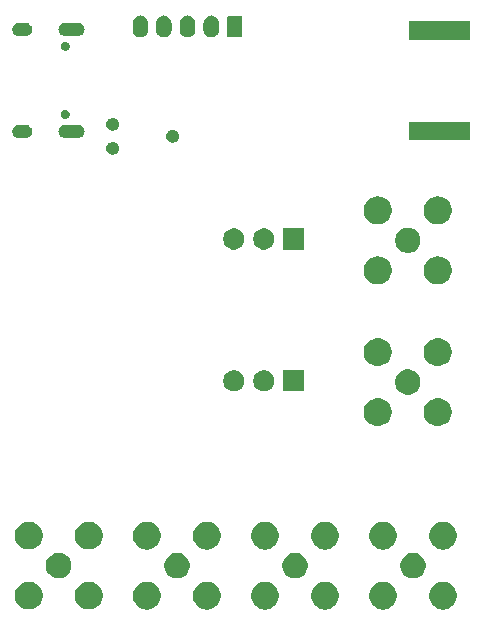
<source format=gbs>
G04 #@! TF.GenerationSoftware,KiCad,Pcbnew,5.1.5+dfsg1-2build2*
G04 #@! TF.CreationDate,2020-09-27T17:25:33+02:00*
G04 #@! TF.ProjectId,tdr,7464722e-6b69-4636-9164-5f7063625858,rev?*
G04 #@! TF.SameCoordinates,Original*
G04 #@! TF.FileFunction,Soldermask,Bot*
G04 #@! TF.FilePolarity,Negative*
%FSLAX46Y46*%
G04 Gerber Fmt 4.6, Leading zero omitted, Abs format (unit mm)*
G04 Created by KiCad (PCBNEW 5.1.5+dfsg1-2build2) date 2020-09-27 17:25:33*
%MOMM*%
%LPD*%
G04 APERTURE LIST*
%ADD10C,0.100000*%
G04 APERTURE END LIST*
D10*
G36*
X147731560Y-100429064D02*
G01*
X147883027Y-100459193D01*
X148097045Y-100547842D01*
X148097046Y-100547843D01*
X148289654Y-100676539D01*
X148453461Y-100840346D01*
X148539258Y-100968751D01*
X148582158Y-101032955D01*
X148670807Y-101246973D01*
X148716000Y-101474174D01*
X148716000Y-101705826D01*
X148670807Y-101933027D01*
X148582158Y-102147045D01*
X148582157Y-102147046D01*
X148453461Y-102339654D01*
X148289654Y-102503461D01*
X148161249Y-102589258D01*
X148097045Y-102632158D01*
X147883027Y-102720807D01*
X147731560Y-102750936D01*
X147655827Y-102766000D01*
X147424173Y-102766000D01*
X147348440Y-102750936D01*
X147196973Y-102720807D01*
X146982955Y-102632158D01*
X146918751Y-102589258D01*
X146790346Y-102503461D01*
X146626539Y-102339654D01*
X146497843Y-102147046D01*
X146497842Y-102147045D01*
X146409193Y-101933027D01*
X146364000Y-101705826D01*
X146364000Y-101474174D01*
X146409193Y-101246973D01*
X146497842Y-101032955D01*
X146540742Y-100968751D01*
X146626539Y-100840346D01*
X146790346Y-100676539D01*
X146982954Y-100547843D01*
X146982955Y-100547842D01*
X147196973Y-100459193D01*
X147348440Y-100429064D01*
X147424173Y-100414000D01*
X147655827Y-100414000D01*
X147731560Y-100429064D01*
G37*
G36*
X142651560Y-100429064D02*
G01*
X142803027Y-100459193D01*
X143017045Y-100547842D01*
X143017046Y-100547843D01*
X143209654Y-100676539D01*
X143373461Y-100840346D01*
X143459258Y-100968751D01*
X143502158Y-101032955D01*
X143590807Y-101246973D01*
X143636000Y-101474174D01*
X143636000Y-101705826D01*
X143590807Y-101933027D01*
X143502158Y-102147045D01*
X143502157Y-102147046D01*
X143373461Y-102339654D01*
X143209654Y-102503461D01*
X143081249Y-102589258D01*
X143017045Y-102632158D01*
X142803027Y-102720807D01*
X142651560Y-102750936D01*
X142575827Y-102766000D01*
X142344173Y-102766000D01*
X142268440Y-102750936D01*
X142116973Y-102720807D01*
X141902955Y-102632158D01*
X141838751Y-102589258D01*
X141710346Y-102503461D01*
X141546539Y-102339654D01*
X141417843Y-102147046D01*
X141417842Y-102147045D01*
X141329193Y-101933027D01*
X141284000Y-101705826D01*
X141284000Y-101474174D01*
X141329193Y-101246973D01*
X141417842Y-101032955D01*
X141460742Y-100968751D01*
X141546539Y-100840346D01*
X141710346Y-100676539D01*
X141902954Y-100547843D01*
X141902955Y-100547842D01*
X142116973Y-100459193D01*
X142268440Y-100429064D01*
X142344173Y-100414000D01*
X142575827Y-100414000D01*
X142651560Y-100429064D01*
G37*
G36*
X132651560Y-100429064D02*
G01*
X132803027Y-100459193D01*
X133017045Y-100547842D01*
X133017046Y-100547843D01*
X133209654Y-100676539D01*
X133373461Y-100840346D01*
X133459258Y-100968751D01*
X133502158Y-101032955D01*
X133590807Y-101246973D01*
X133636000Y-101474174D01*
X133636000Y-101705826D01*
X133590807Y-101933027D01*
X133502158Y-102147045D01*
X133502157Y-102147046D01*
X133373461Y-102339654D01*
X133209654Y-102503461D01*
X133081249Y-102589258D01*
X133017045Y-102632158D01*
X132803027Y-102720807D01*
X132651560Y-102750936D01*
X132575827Y-102766000D01*
X132344173Y-102766000D01*
X132268440Y-102750936D01*
X132116973Y-102720807D01*
X131902955Y-102632158D01*
X131838751Y-102589258D01*
X131710346Y-102503461D01*
X131546539Y-102339654D01*
X131417843Y-102147046D01*
X131417842Y-102147045D01*
X131329193Y-101933027D01*
X131284000Y-101705826D01*
X131284000Y-101474174D01*
X131329193Y-101246973D01*
X131417842Y-101032955D01*
X131460742Y-100968751D01*
X131546539Y-100840346D01*
X131710346Y-100676539D01*
X131902954Y-100547843D01*
X131902955Y-100547842D01*
X132116973Y-100459193D01*
X132268440Y-100429064D01*
X132344173Y-100414000D01*
X132575827Y-100414000D01*
X132651560Y-100429064D01*
G37*
G36*
X137731560Y-100429064D02*
G01*
X137883027Y-100459193D01*
X138097045Y-100547842D01*
X138097046Y-100547843D01*
X138289654Y-100676539D01*
X138453461Y-100840346D01*
X138539258Y-100968751D01*
X138582158Y-101032955D01*
X138670807Y-101246973D01*
X138716000Y-101474174D01*
X138716000Y-101705826D01*
X138670807Y-101933027D01*
X138582158Y-102147045D01*
X138582157Y-102147046D01*
X138453461Y-102339654D01*
X138289654Y-102503461D01*
X138161249Y-102589258D01*
X138097045Y-102632158D01*
X137883027Y-102720807D01*
X137731560Y-102750936D01*
X137655827Y-102766000D01*
X137424173Y-102766000D01*
X137348440Y-102750936D01*
X137196973Y-102720807D01*
X136982955Y-102632158D01*
X136918751Y-102589258D01*
X136790346Y-102503461D01*
X136626539Y-102339654D01*
X136497843Y-102147046D01*
X136497842Y-102147045D01*
X136409193Y-101933027D01*
X136364000Y-101705826D01*
X136364000Y-101474174D01*
X136409193Y-101246973D01*
X136497842Y-101032955D01*
X136540742Y-100968751D01*
X136626539Y-100840346D01*
X136790346Y-100676539D01*
X136982954Y-100547843D01*
X136982955Y-100547842D01*
X137196973Y-100459193D01*
X137348440Y-100429064D01*
X137424173Y-100414000D01*
X137655827Y-100414000D01*
X137731560Y-100429064D01*
G37*
G36*
X127731560Y-100429064D02*
G01*
X127883027Y-100459193D01*
X128097045Y-100547842D01*
X128097046Y-100547843D01*
X128289654Y-100676539D01*
X128453461Y-100840346D01*
X128539258Y-100968751D01*
X128582158Y-101032955D01*
X128670807Y-101246973D01*
X128716000Y-101474174D01*
X128716000Y-101705826D01*
X128670807Y-101933027D01*
X128582158Y-102147045D01*
X128582157Y-102147046D01*
X128453461Y-102339654D01*
X128289654Y-102503461D01*
X128161249Y-102589258D01*
X128097045Y-102632158D01*
X127883027Y-102720807D01*
X127731560Y-102750936D01*
X127655827Y-102766000D01*
X127424173Y-102766000D01*
X127348440Y-102750936D01*
X127196973Y-102720807D01*
X126982955Y-102632158D01*
X126918751Y-102589258D01*
X126790346Y-102503461D01*
X126626539Y-102339654D01*
X126497843Y-102147046D01*
X126497842Y-102147045D01*
X126409193Y-101933027D01*
X126364000Y-101705826D01*
X126364000Y-101474174D01*
X126409193Y-101246973D01*
X126497842Y-101032955D01*
X126540742Y-100968751D01*
X126626539Y-100840346D01*
X126790346Y-100676539D01*
X126982954Y-100547843D01*
X126982955Y-100547842D01*
X127196973Y-100459193D01*
X127348440Y-100429064D01*
X127424173Y-100414000D01*
X127655827Y-100414000D01*
X127731560Y-100429064D01*
G37*
G36*
X122651560Y-100429064D02*
G01*
X122803027Y-100459193D01*
X123017045Y-100547842D01*
X123017046Y-100547843D01*
X123209654Y-100676539D01*
X123373461Y-100840346D01*
X123459258Y-100968751D01*
X123502158Y-101032955D01*
X123590807Y-101246973D01*
X123636000Y-101474174D01*
X123636000Y-101705826D01*
X123590807Y-101933027D01*
X123502158Y-102147045D01*
X123502157Y-102147046D01*
X123373461Y-102339654D01*
X123209654Y-102503461D01*
X123081249Y-102589258D01*
X123017045Y-102632158D01*
X122803027Y-102720807D01*
X122651560Y-102750936D01*
X122575827Y-102766000D01*
X122344173Y-102766000D01*
X122268440Y-102750936D01*
X122116973Y-102720807D01*
X121902955Y-102632158D01*
X121838751Y-102589258D01*
X121710346Y-102503461D01*
X121546539Y-102339654D01*
X121417843Y-102147046D01*
X121417842Y-102147045D01*
X121329193Y-101933027D01*
X121284000Y-101705826D01*
X121284000Y-101474174D01*
X121329193Y-101246973D01*
X121417842Y-101032955D01*
X121460742Y-100968751D01*
X121546539Y-100840346D01*
X121710346Y-100676539D01*
X121902954Y-100547843D01*
X121902955Y-100547842D01*
X122116973Y-100459193D01*
X122268440Y-100429064D01*
X122344173Y-100414000D01*
X122575827Y-100414000D01*
X122651560Y-100429064D01*
G37*
G36*
X112651560Y-100419064D02*
G01*
X112803027Y-100449193D01*
X113017045Y-100537842D01*
X113081249Y-100580742D01*
X113209654Y-100666539D01*
X113373461Y-100830346D01*
X113459258Y-100958751D01*
X113502158Y-101022955D01*
X113590807Y-101236973D01*
X113636000Y-101464174D01*
X113636000Y-101695826D01*
X113590807Y-101923027D01*
X113502158Y-102137045D01*
X113459258Y-102201249D01*
X113373461Y-102329654D01*
X113209654Y-102493461D01*
X113081249Y-102579258D01*
X113017045Y-102622158D01*
X112803027Y-102710807D01*
X112651560Y-102740936D01*
X112575827Y-102756000D01*
X112344173Y-102756000D01*
X112268440Y-102740936D01*
X112116973Y-102710807D01*
X111902955Y-102622158D01*
X111838751Y-102579258D01*
X111710346Y-102493461D01*
X111546539Y-102329654D01*
X111460742Y-102201249D01*
X111417842Y-102137045D01*
X111329193Y-101923027D01*
X111284000Y-101695826D01*
X111284000Y-101464174D01*
X111329193Y-101236973D01*
X111417842Y-101022955D01*
X111460742Y-100958751D01*
X111546539Y-100830346D01*
X111710346Y-100666539D01*
X111838751Y-100580742D01*
X111902955Y-100537842D01*
X112116973Y-100449193D01*
X112268440Y-100419064D01*
X112344173Y-100404000D01*
X112575827Y-100404000D01*
X112651560Y-100419064D01*
G37*
G36*
X117731560Y-100419064D02*
G01*
X117883027Y-100449193D01*
X118097045Y-100537842D01*
X118161249Y-100580742D01*
X118289654Y-100666539D01*
X118453461Y-100830346D01*
X118539258Y-100958751D01*
X118582158Y-101022955D01*
X118670807Y-101236973D01*
X118716000Y-101464174D01*
X118716000Y-101695826D01*
X118670807Y-101923027D01*
X118582158Y-102137045D01*
X118539258Y-102201249D01*
X118453461Y-102329654D01*
X118289654Y-102493461D01*
X118161249Y-102579258D01*
X118097045Y-102622158D01*
X117883027Y-102710807D01*
X117731560Y-102740936D01*
X117655827Y-102756000D01*
X117424173Y-102756000D01*
X117348440Y-102740936D01*
X117196973Y-102710807D01*
X116982955Y-102622158D01*
X116918751Y-102579258D01*
X116790346Y-102493461D01*
X116626539Y-102329654D01*
X116540742Y-102201249D01*
X116497842Y-102137045D01*
X116409193Y-101923027D01*
X116364000Y-101695826D01*
X116364000Y-101464174D01*
X116409193Y-101236973D01*
X116497842Y-101022955D01*
X116540742Y-100958751D01*
X116626539Y-100830346D01*
X116790346Y-100666539D01*
X116918751Y-100580742D01*
X116982955Y-100537842D01*
X117196973Y-100449193D01*
X117348440Y-100419064D01*
X117424173Y-100404000D01*
X117655827Y-100404000D01*
X117731560Y-100419064D01*
G37*
G36*
X145175271Y-97987783D02*
G01*
X145313858Y-98015350D01*
X145509677Y-98096461D01*
X145685910Y-98214216D01*
X145835784Y-98364090D01*
X145953539Y-98540323D01*
X146034650Y-98736142D01*
X146076000Y-98944023D01*
X146076000Y-99155977D01*
X146034650Y-99363858D01*
X145953539Y-99559677D01*
X145835784Y-99735910D01*
X145685910Y-99885784D01*
X145509677Y-100003539D01*
X145313858Y-100084650D01*
X145175271Y-100112217D01*
X145105978Y-100126000D01*
X144894022Y-100126000D01*
X144824729Y-100112217D01*
X144686142Y-100084650D01*
X144490323Y-100003539D01*
X144314090Y-99885784D01*
X144164216Y-99735910D01*
X144046461Y-99559677D01*
X143965350Y-99363858D01*
X143924000Y-99155977D01*
X143924000Y-98944023D01*
X143965350Y-98736142D01*
X144046461Y-98540323D01*
X144164216Y-98364090D01*
X144314090Y-98214216D01*
X144490323Y-98096461D01*
X144686142Y-98015350D01*
X144824729Y-97987783D01*
X144894022Y-97974000D01*
X145105978Y-97974000D01*
X145175271Y-97987783D01*
G37*
G36*
X125175271Y-97987783D02*
G01*
X125313858Y-98015350D01*
X125509677Y-98096461D01*
X125685910Y-98214216D01*
X125835784Y-98364090D01*
X125953539Y-98540323D01*
X126034650Y-98736142D01*
X126076000Y-98944023D01*
X126076000Y-99155977D01*
X126034650Y-99363858D01*
X125953539Y-99559677D01*
X125835784Y-99735910D01*
X125685910Y-99885784D01*
X125509677Y-100003539D01*
X125313858Y-100084650D01*
X125175271Y-100112217D01*
X125105978Y-100126000D01*
X124894022Y-100126000D01*
X124824729Y-100112217D01*
X124686142Y-100084650D01*
X124490323Y-100003539D01*
X124314090Y-99885784D01*
X124164216Y-99735910D01*
X124046461Y-99559677D01*
X123965350Y-99363858D01*
X123924000Y-99155977D01*
X123924000Y-98944023D01*
X123965350Y-98736142D01*
X124046461Y-98540323D01*
X124164216Y-98364090D01*
X124314090Y-98214216D01*
X124490323Y-98096461D01*
X124686142Y-98015350D01*
X124824729Y-97987783D01*
X124894022Y-97974000D01*
X125105978Y-97974000D01*
X125175271Y-97987783D01*
G37*
G36*
X135175271Y-97987783D02*
G01*
X135313858Y-98015350D01*
X135509677Y-98096461D01*
X135685910Y-98214216D01*
X135835784Y-98364090D01*
X135953539Y-98540323D01*
X136034650Y-98736142D01*
X136076000Y-98944023D01*
X136076000Y-99155977D01*
X136034650Y-99363858D01*
X135953539Y-99559677D01*
X135835784Y-99735910D01*
X135685910Y-99885784D01*
X135509677Y-100003539D01*
X135313858Y-100084650D01*
X135175271Y-100112217D01*
X135105978Y-100126000D01*
X134894022Y-100126000D01*
X134824729Y-100112217D01*
X134686142Y-100084650D01*
X134490323Y-100003539D01*
X134314090Y-99885784D01*
X134164216Y-99735910D01*
X134046461Y-99559677D01*
X133965350Y-99363858D01*
X133924000Y-99155977D01*
X133924000Y-98944023D01*
X133965350Y-98736142D01*
X134046461Y-98540323D01*
X134164216Y-98364090D01*
X134314090Y-98214216D01*
X134490323Y-98096461D01*
X134686142Y-98015350D01*
X134824729Y-97987783D01*
X134894022Y-97974000D01*
X135105978Y-97974000D01*
X135175271Y-97987783D01*
G37*
G36*
X115156251Y-97974000D02*
G01*
X115313858Y-98005350D01*
X115509677Y-98086461D01*
X115685910Y-98204216D01*
X115835784Y-98354090D01*
X115953539Y-98530323D01*
X116034650Y-98726142D01*
X116076000Y-98934023D01*
X116076000Y-99145977D01*
X116034650Y-99353858D01*
X115953539Y-99549677D01*
X115835784Y-99725910D01*
X115685910Y-99875784D01*
X115509677Y-99993539D01*
X115313858Y-100074650D01*
X115175271Y-100102217D01*
X115105978Y-100116000D01*
X114894022Y-100116000D01*
X114824729Y-100102217D01*
X114686142Y-100074650D01*
X114490323Y-99993539D01*
X114314090Y-99875784D01*
X114164216Y-99725910D01*
X114046461Y-99549677D01*
X113965350Y-99353858D01*
X113924000Y-99145977D01*
X113924000Y-98934023D01*
X113965350Y-98726142D01*
X114046461Y-98530323D01*
X114164216Y-98354090D01*
X114314090Y-98204216D01*
X114490323Y-98086461D01*
X114686142Y-98005350D01*
X114843749Y-97974000D01*
X114894022Y-97964000D01*
X115105978Y-97964000D01*
X115156251Y-97974000D01*
G37*
G36*
X147731560Y-95349064D02*
G01*
X147883027Y-95379193D01*
X148097045Y-95467842D01*
X148097046Y-95467843D01*
X148289654Y-95596539D01*
X148453461Y-95760346D01*
X148539258Y-95888751D01*
X148582158Y-95952955D01*
X148670807Y-96166973D01*
X148716000Y-96394174D01*
X148716000Y-96625826D01*
X148670807Y-96853027D01*
X148582158Y-97067045D01*
X148582157Y-97067046D01*
X148453461Y-97259654D01*
X148289654Y-97423461D01*
X148161249Y-97509258D01*
X148097045Y-97552158D01*
X147883027Y-97640807D01*
X147731560Y-97670936D01*
X147655827Y-97686000D01*
X147424173Y-97686000D01*
X147348440Y-97670936D01*
X147196973Y-97640807D01*
X146982955Y-97552158D01*
X146918751Y-97509258D01*
X146790346Y-97423461D01*
X146626539Y-97259654D01*
X146497843Y-97067046D01*
X146497842Y-97067045D01*
X146409193Y-96853027D01*
X146364000Y-96625826D01*
X146364000Y-96394174D01*
X146409193Y-96166973D01*
X146497842Y-95952955D01*
X146540742Y-95888751D01*
X146626539Y-95760346D01*
X146790346Y-95596539D01*
X146982954Y-95467843D01*
X146982955Y-95467842D01*
X147196973Y-95379193D01*
X147348440Y-95349064D01*
X147424173Y-95334000D01*
X147655827Y-95334000D01*
X147731560Y-95349064D01*
G37*
G36*
X132651560Y-95349064D02*
G01*
X132803027Y-95379193D01*
X133017045Y-95467842D01*
X133017046Y-95467843D01*
X133209654Y-95596539D01*
X133373461Y-95760346D01*
X133459258Y-95888751D01*
X133502158Y-95952955D01*
X133590807Y-96166973D01*
X133636000Y-96394174D01*
X133636000Y-96625826D01*
X133590807Y-96853027D01*
X133502158Y-97067045D01*
X133502157Y-97067046D01*
X133373461Y-97259654D01*
X133209654Y-97423461D01*
X133081249Y-97509258D01*
X133017045Y-97552158D01*
X132803027Y-97640807D01*
X132651560Y-97670936D01*
X132575827Y-97686000D01*
X132344173Y-97686000D01*
X132268440Y-97670936D01*
X132116973Y-97640807D01*
X131902955Y-97552158D01*
X131838751Y-97509258D01*
X131710346Y-97423461D01*
X131546539Y-97259654D01*
X131417843Y-97067046D01*
X131417842Y-97067045D01*
X131329193Y-96853027D01*
X131284000Y-96625826D01*
X131284000Y-96394174D01*
X131329193Y-96166973D01*
X131417842Y-95952955D01*
X131460742Y-95888751D01*
X131546539Y-95760346D01*
X131710346Y-95596539D01*
X131902954Y-95467843D01*
X131902955Y-95467842D01*
X132116973Y-95379193D01*
X132268440Y-95349064D01*
X132344173Y-95334000D01*
X132575827Y-95334000D01*
X132651560Y-95349064D01*
G37*
G36*
X137731560Y-95349064D02*
G01*
X137883027Y-95379193D01*
X138097045Y-95467842D01*
X138097046Y-95467843D01*
X138289654Y-95596539D01*
X138453461Y-95760346D01*
X138539258Y-95888751D01*
X138582158Y-95952955D01*
X138670807Y-96166973D01*
X138716000Y-96394174D01*
X138716000Y-96625826D01*
X138670807Y-96853027D01*
X138582158Y-97067045D01*
X138582157Y-97067046D01*
X138453461Y-97259654D01*
X138289654Y-97423461D01*
X138161249Y-97509258D01*
X138097045Y-97552158D01*
X137883027Y-97640807D01*
X137731560Y-97670936D01*
X137655827Y-97686000D01*
X137424173Y-97686000D01*
X137348440Y-97670936D01*
X137196973Y-97640807D01*
X136982955Y-97552158D01*
X136918751Y-97509258D01*
X136790346Y-97423461D01*
X136626539Y-97259654D01*
X136497843Y-97067046D01*
X136497842Y-97067045D01*
X136409193Y-96853027D01*
X136364000Y-96625826D01*
X136364000Y-96394174D01*
X136409193Y-96166973D01*
X136497842Y-95952955D01*
X136540742Y-95888751D01*
X136626539Y-95760346D01*
X136790346Y-95596539D01*
X136982954Y-95467843D01*
X136982955Y-95467842D01*
X137196973Y-95379193D01*
X137348440Y-95349064D01*
X137424173Y-95334000D01*
X137655827Y-95334000D01*
X137731560Y-95349064D01*
G37*
G36*
X127731560Y-95349064D02*
G01*
X127883027Y-95379193D01*
X128097045Y-95467842D01*
X128097046Y-95467843D01*
X128289654Y-95596539D01*
X128453461Y-95760346D01*
X128539258Y-95888751D01*
X128582158Y-95952955D01*
X128670807Y-96166973D01*
X128716000Y-96394174D01*
X128716000Y-96625826D01*
X128670807Y-96853027D01*
X128582158Y-97067045D01*
X128582157Y-97067046D01*
X128453461Y-97259654D01*
X128289654Y-97423461D01*
X128161249Y-97509258D01*
X128097045Y-97552158D01*
X127883027Y-97640807D01*
X127731560Y-97670936D01*
X127655827Y-97686000D01*
X127424173Y-97686000D01*
X127348440Y-97670936D01*
X127196973Y-97640807D01*
X126982955Y-97552158D01*
X126918751Y-97509258D01*
X126790346Y-97423461D01*
X126626539Y-97259654D01*
X126497843Y-97067046D01*
X126497842Y-97067045D01*
X126409193Y-96853027D01*
X126364000Y-96625826D01*
X126364000Y-96394174D01*
X126409193Y-96166973D01*
X126497842Y-95952955D01*
X126540742Y-95888751D01*
X126626539Y-95760346D01*
X126790346Y-95596539D01*
X126982954Y-95467843D01*
X126982955Y-95467842D01*
X127196973Y-95379193D01*
X127348440Y-95349064D01*
X127424173Y-95334000D01*
X127655827Y-95334000D01*
X127731560Y-95349064D01*
G37*
G36*
X122651560Y-95349064D02*
G01*
X122803027Y-95379193D01*
X123017045Y-95467842D01*
X123017046Y-95467843D01*
X123209654Y-95596539D01*
X123373461Y-95760346D01*
X123459258Y-95888751D01*
X123502158Y-95952955D01*
X123590807Y-96166973D01*
X123636000Y-96394174D01*
X123636000Y-96625826D01*
X123590807Y-96853027D01*
X123502158Y-97067045D01*
X123502157Y-97067046D01*
X123373461Y-97259654D01*
X123209654Y-97423461D01*
X123081249Y-97509258D01*
X123017045Y-97552158D01*
X122803027Y-97640807D01*
X122651560Y-97670936D01*
X122575827Y-97686000D01*
X122344173Y-97686000D01*
X122268440Y-97670936D01*
X122116973Y-97640807D01*
X121902955Y-97552158D01*
X121838751Y-97509258D01*
X121710346Y-97423461D01*
X121546539Y-97259654D01*
X121417843Y-97067046D01*
X121417842Y-97067045D01*
X121329193Y-96853027D01*
X121284000Y-96625826D01*
X121284000Y-96394174D01*
X121329193Y-96166973D01*
X121417842Y-95952955D01*
X121460742Y-95888751D01*
X121546539Y-95760346D01*
X121710346Y-95596539D01*
X121902954Y-95467843D01*
X121902955Y-95467842D01*
X122116973Y-95379193D01*
X122268440Y-95349064D01*
X122344173Y-95334000D01*
X122575827Y-95334000D01*
X122651560Y-95349064D01*
G37*
G36*
X142651560Y-95349064D02*
G01*
X142803027Y-95379193D01*
X143017045Y-95467842D01*
X143017046Y-95467843D01*
X143209654Y-95596539D01*
X143373461Y-95760346D01*
X143459258Y-95888751D01*
X143502158Y-95952955D01*
X143590807Y-96166973D01*
X143636000Y-96394174D01*
X143636000Y-96625826D01*
X143590807Y-96853027D01*
X143502158Y-97067045D01*
X143502157Y-97067046D01*
X143373461Y-97259654D01*
X143209654Y-97423461D01*
X143081249Y-97509258D01*
X143017045Y-97552158D01*
X142803027Y-97640807D01*
X142651560Y-97670936D01*
X142575827Y-97686000D01*
X142344173Y-97686000D01*
X142268440Y-97670936D01*
X142116973Y-97640807D01*
X141902955Y-97552158D01*
X141838751Y-97509258D01*
X141710346Y-97423461D01*
X141546539Y-97259654D01*
X141417843Y-97067046D01*
X141417842Y-97067045D01*
X141329193Y-96853027D01*
X141284000Y-96625826D01*
X141284000Y-96394174D01*
X141329193Y-96166973D01*
X141417842Y-95952955D01*
X141460742Y-95888751D01*
X141546539Y-95760346D01*
X141710346Y-95596539D01*
X141902954Y-95467843D01*
X141902955Y-95467842D01*
X142116973Y-95379193D01*
X142268440Y-95349064D01*
X142344173Y-95334000D01*
X142575827Y-95334000D01*
X142651560Y-95349064D01*
G37*
G36*
X112651560Y-95339064D02*
G01*
X112803027Y-95369193D01*
X113017045Y-95457842D01*
X113081249Y-95500742D01*
X113209654Y-95586539D01*
X113373461Y-95750346D01*
X113459258Y-95878751D01*
X113502158Y-95942955D01*
X113590807Y-96156973D01*
X113636000Y-96384174D01*
X113636000Y-96615826D01*
X113590807Y-96843027D01*
X113502158Y-97057045D01*
X113459258Y-97121249D01*
X113373461Y-97249654D01*
X113209654Y-97413461D01*
X113081249Y-97499258D01*
X113017045Y-97542158D01*
X112803027Y-97630807D01*
X112651560Y-97660936D01*
X112575827Y-97676000D01*
X112344173Y-97676000D01*
X112268440Y-97660936D01*
X112116973Y-97630807D01*
X111902955Y-97542158D01*
X111838751Y-97499258D01*
X111710346Y-97413461D01*
X111546539Y-97249654D01*
X111460742Y-97121249D01*
X111417842Y-97057045D01*
X111329193Y-96843027D01*
X111284000Y-96615826D01*
X111284000Y-96384174D01*
X111329193Y-96156973D01*
X111417842Y-95942955D01*
X111460742Y-95878751D01*
X111546539Y-95750346D01*
X111710346Y-95586539D01*
X111838751Y-95500742D01*
X111902955Y-95457842D01*
X112116973Y-95369193D01*
X112268440Y-95339064D01*
X112344173Y-95324000D01*
X112575827Y-95324000D01*
X112651560Y-95339064D01*
G37*
G36*
X117731560Y-95339064D02*
G01*
X117883027Y-95369193D01*
X118097045Y-95457842D01*
X118161249Y-95500742D01*
X118289654Y-95586539D01*
X118453461Y-95750346D01*
X118539258Y-95878751D01*
X118582158Y-95942955D01*
X118670807Y-96156973D01*
X118716000Y-96384174D01*
X118716000Y-96615826D01*
X118670807Y-96843027D01*
X118582158Y-97057045D01*
X118539258Y-97121249D01*
X118453461Y-97249654D01*
X118289654Y-97413461D01*
X118161249Y-97499258D01*
X118097045Y-97542158D01*
X117883027Y-97630807D01*
X117731560Y-97660936D01*
X117655827Y-97676000D01*
X117424173Y-97676000D01*
X117348440Y-97660936D01*
X117196973Y-97630807D01*
X116982955Y-97542158D01*
X116918751Y-97499258D01*
X116790346Y-97413461D01*
X116626539Y-97249654D01*
X116540742Y-97121249D01*
X116497842Y-97057045D01*
X116409193Y-96843027D01*
X116364000Y-96615826D01*
X116364000Y-96384174D01*
X116409193Y-96156973D01*
X116497842Y-95942955D01*
X116540742Y-95878751D01*
X116626539Y-95750346D01*
X116790346Y-95586539D01*
X116918751Y-95500742D01*
X116982955Y-95457842D01*
X117196973Y-95369193D01*
X117348440Y-95339064D01*
X117424173Y-95324000D01*
X117655827Y-95324000D01*
X117731560Y-95339064D01*
G37*
G36*
X147281560Y-84879064D02*
G01*
X147433027Y-84909193D01*
X147647045Y-84997842D01*
X147647046Y-84997843D01*
X147839654Y-85126539D01*
X148003461Y-85290346D01*
X148089258Y-85418751D01*
X148132158Y-85482955D01*
X148220807Y-85696973D01*
X148266000Y-85924174D01*
X148266000Y-86155826D01*
X148220807Y-86383027D01*
X148132158Y-86597045D01*
X148132157Y-86597046D01*
X148003461Y-86789654D01*
X147839654Y-86953461D01*
X147711249Y-87039258D01*
X147647045Y-87082158D01*
X147433027Y-87170807D01*
X147281560Y-87200936D01*
X147205827Y-87216000D01*
X146974173Y-87216000D01*
X146898440Y-87200936D01*
X146746973Y-87170807D01*
X146532955Y-87082158D01*
X146468751Y-87039258D01*
X146340346Y-86953461D01*
X146176539Y-86789654D01*
X146047843Y-86597046D01*
X146047842Y-86597045D01*
X145959193Y-86383027D01*
X145914000Y-86155826D01*
X145914000Y-85924174D01*
X145959193Y-85696973D01*
X146047842Y-85482955D01*
X146090742Y-85418751D01*
X146176539Y-85290346D01*
X146340346Y-85126539D01*
X146532954Y-84997843D01*
X146532955Y-84997842D01*
X146746973Y-84909193D01*
X146898440Y-84879064D01*
X146974173Y-84864000D01*
X147205827Y-84864000D01*
X147281560Y-84879064D01*
G37*
G36*
X142201560Y-84879064D02*
G01*
X142353027Y-84909193D01*
X142567045Y-84997842D01*
X142567046Y-84997843D01*
X142759654Y-85126539D01*
X142923461Y-85290346D01*
X143009258Y-85418751D01*
X143052158Y-85482955D01*
X143140807Y-85696973D01*
X143186000Y-85924174D01*
X143186000Y-86155826D01*
X143140807Y-86383027D01*
X143052158Y-86597045D01*
X143052157Y-86597046D01*
X142923461Y-86789654D01*
X142759654Y-86953461D01*
X142631249Y-87039258D01*
X142567045Y-87082158D01*
X142353027Y-87170807D01*
X142201560Y-87200936D01*
X142125827Y-87216000D01*
X141894173Y-87216000D01*
X141818440Y-87200936D01*
X141666973Y-87170807D01*
X141452955Y-87082158D01*
X141388751Y-87039258D01*
X141260346Y-86953461D01*
X141096539Y-86789654D01*
X140967843Y-86597046D01*
X140967842Y-86597045D01*
X140879193Y-86383027D01*
X140834000Y-86155826D01*
X140834000Y-85924174D01*
X140879193Y-85696973D01*
X140967842Y-85482955D01*
X141010742Y-85418751D01*
X141096539Y-85290346D01*
X141260346Y-85126539D01*
X141452954Y-84997843D01*
X141452955Y-84997842D01*
X141666973Y-84909193D01*
X141818440Y-84879064D01*
X141894173Y-84864000D01*
X142125827Y-84864000D01*
X142201560Y-84879064D01*
G37*
G36*
X144725271Y-82437783D02*
G01*
X144863858Y-82465350D01*
X145059677Y-82546461D01*
X145235910Y-82664216D01*
X145385784Y-82814090D01*
X145503539Y-82990323D01*
X145584650Y-83186142D01*
X145626000Y-83394023D01*
X145626000Y-83605977D01*
X145584650Y-83813858D01*
X145503539Y-84009677D01*
X145385784Y-84185910D01*
X145235910Y-84335784D01*
X145059677Y-84453539D01*
X144863858Y-84534650D01*
X144725271Y-84562217D01*
X144655978Y-84576000D01*
X144444022Y-84576000D01*
X144374729Y-84562217D01*
X144236142Y-84534650D01*
X144040323Y-84453539D01*
X143864090Y-84335784D01*
X143714216Y-84185910D01*
X143596461Y-84009677D01*
X143515350Y-83813858D01*
X143474000Y-83605977D01*
X143474000Y-83394023D01*
X143515350Y-83186142D01*
X143596461Y-82990323D01*
X143714216Y-82814090D01*
X143864090Y-82664216D01*
X144040323Y-82546461D01*
X144236142Y-82465350D01*
X144374729Y-82437783D01*
X144444022Y-82424000D01*
X144655978Y-82424000D01*
X144725271Y-82437783D01*
G37*
G36*
X132473512Y-82503927D02*
G01*
X132622812Y-82533624D01*
X132786784Y-82601544D01*
X132934354Y-82700147D01*
X133059853Y-82825646D01*
X133158456Y-82973216D01*
X133226376Y-83137188D01*
X133261000Y-83311259D01*
X133261000Y-83488741D01*
X133226376Y-83662812D01*
X133158456Y-83826784D01*
X133059853Y-83974354D01*
X132934354Y-84099853D01*
X132786784Y-84198456D01*
X132622812Y-84266376D01*
X132473512Y-84296073D01*
X132448742Y-84301000D01*
X132271258Y-84301000D01*
X132246488Y-84296073D01*
X132097188Y-84266376D01*
X131933216Y-84198456D01*
X131785646Y-84099853D01*
X131660147Y-83974354D01*
X131561544Y-83826784D01*
X131493624Y-83662812D01*
X131459000Y-83488741D01*
X131459000Y-83311259D01*
X131493624Y-83137188D01*
X131561544Y-82973216D01*
X131660147Y-82825646D01*
X131785646Y-82700147D01*
X131933216Y-82601544D01*
X132097188Y-82533624D01*
X132246488Y-82503927D01*
X132271258Y-82499000D01*
X132448742Y-82499000D01*
X132473512Y-82503927D01*
G37*
G36*
X129933512Y-82503927D02*
G01*
X130082812Y-82533624D01*
X130246784Y-82601544D01*
X130394354Y-82700147D01*
X130519853Y-82825646D01*
X130618456Y-82973216D01*
X130686376Y-83137188D01*
X130721000Y-83311259D01*
X130721000Y-83488741D01*
X130686376Y-83662812D01*
X130618456Y-83826784D01*
X130519853Y-83974354D01*
X130394354Y-84099853D01*
X130246784Y-84198456D01*
X130082812Y-84266376D01*
X129933512Y-84296073D01*
X129908742Y-84301000D01*
X129731258Y-84301000D01*
X129706488Y-84296073D01*
X129557188Y-84266376D01*
X129393216Y-84198456D01*
X129245646Y-84099853D01*
X129120147Y-83974354D01*
X129021544Y-83826784D01*
X128953624Y-83662812D01*
X128919000Y-83488741D01*
X128919000Y-83311259D01*
X128953624Y-83137188D01*
X129021544Y-82973216D01*
X129120147Y-82825646D01*
X129245646Y-82700147D01*
X129393216Y-82601544D01*
X129557188Y-82533624D01*
X129706488Y-82503927D01*
X129731258Y-82499000D01*
X129908742Y-82499000D01*
X129933512Y-82503927D01*
G37*
G36*
X135801000Y-84301000D02*
G01*
X133999000Y-84301000D01*
X133999000Y-82499000D01*
X135801000Y-82499000D01*
X135801000Y-84301000D01*
G37*
G36*
X142201560Y-79799064D02*
G01*
X142353027Y-79829193D01*
X142567045Y-79917842D01*
X142567046Y-79917843D01*
X142759654Y-80046539D01*
X142923461Y-80210346D01*
X143009258Y-80338751D01*
X143052158Y-80402955D01*
X143140807Y-80616973D01*
X143186000Y-80844174D01*
X143186000Y-81075826D01*
X143140807Y-81303027D01*
X143052158Y-81517045D01*
X143052157Y-81517046D01*
X142923461Y-81709654D01*
X142759654Y-81873461D01*
X142631249Y-81959258D01*
X142567045Y-82002158D01*
X142353027Y-82090807D01*
X142201560Y-82120936D01*
X142125827Y-82136000D01*
X141894173Y-82136000D01*
X141818440Y-82120936D01*
X141666973Y-82090807D01*
X141452955Y-82002158D01*
X141388751Y-81959258D01*
X141260346Y-81873461D01*
X141096539Y-81709654D01*
X140967843Y-81517046D01*
X140967842Y-81517045D01*
X140879193Y-81303027D01*
X140834000Y-81075826D01*
X140834000Y-80844174D01*
X140879193Y-80616973D01*
X140967842Y-80402955D01*
X141010742Y-80338751D01*
X141096539Y-80210346D01*
X141260346Y-80046539D01*
X141452954Y-79917843D01*
X141452955Y-79917842D01*
X141666973Y-79829193D01*
X141818440Y-79799064D01*
X141894173Y-79784000D01*
X142125827Y-79784000D01*
X142201560Y-79799064D01*
G37*
G36*
X147281560Y-79799064D02*
G01*
X147433027Y-79829193D01*
X147647045Y-79917842D01*
X147647046Y-79917843D01*
X147839654Y-80046539D01*
X148003461Y-80210346D01*
X148089258Y-80338751D01*
X148132158Y-80402955D01*
X148220807Y-80616973D01*
X148266000Y-80844174D01*
X148266000Y-81075826D01*
X148220807Y-81303027D01*
X148132158Y-81517045D01*
X148132157Y-81517046D01*
X148003461Y-81709654D01*
X147839654Y-81873461D01*
X147711249Y-81959258D01*
X147647045Y-82002158D01*
X147433027Y-82090807D01*
X147281560Y-82120936D01*
X147205827Y-82136000D01*
X146974173Y-82136000D01*
X146898440Y-82120936D01*
X146746973Y-82090807D01*
X146532955Y-82002158D01*
X146468751Y-81959258D01*
X146340346Y-81873461D01*
X146176539Y-81709654D01*
X146047843Y-81517046D01*
X146047842Y-81517045D01*
X145959193Y-81303027D01*
X145914000Y-81075826D01*
X145914000Y-80844174D01*
X145959193Y-80616973D01*
X146047842Y-80402955D01*
X146090742Y-80338751D01*
X146176539Y-80210346D01*
X146340346Y-80046539D01*
X146532954Y-79917843D01*
X146532955Y-79917842D01*
X146746973Y-79829193D01*
X146898440Y-79799064D01*
X146974173Y-79784000D01*
X147205827Y-79784000D01*
X147281560Y-79799064D01*
G37*
G36*
X142201560Y-72879064D02*
G01*
X142353027Y-72909193D01*
X142567045Y-72997842D01*
X142567046Y-72997843D01*
X142759654Y-73126539D01*
X142923461Y-73290346D01*
X143009258Y-73418751D01*
X143052158Y-73482955D01*
X143140807Y-73696973D01*
X143186000Y-73924174D01*
X143186000Y-74155826D01*
X143140807Y-74383027D01*
X143052158Y-74597045D01*
X143052157Y-74597046D01*
X142923461Y-74789654D01*
X142759654Y-74953461D01*
X142631249Y-75039258D01*
X142567045Y-75082158D01*
X142353027Y-75170807D01*
X142201560Y-75200936D01*
X142125827Y-75216000D01*
X141894173Y-75216000D01*
X141818440Y-75200936D01*
X141666973Y-75170807D01*
X141452955Y-75082158D01*
X141388751Y-75039258D01*
X141260346Y-74953461D01*
X141096539Y-74789654D01*
X140967843Y-74597046D01*
X140967842Y-74597045D01*
X140879193Y-74383027D01*
X140834000Y-74155826D01*
X140834000Y-73924174D01*
X140879193Y-73696973D01*
X140967842Y-73482955D01*
X141010742Y-73418751D01*
X141096539Y-73290346D01*
X141260346Y-73126539D01*
X141452954Y-72997843D01*
X141452955Y-72997842D01*
X141666973Y-72909193D01*
X141818440Y-72879064D01*
X141894173Y-72864000D01*
X142125827Y-72864000D01*
X142201560Y-72879064D01*
G37*
G36*
X147281560Y-72879064D02*
G01*
X147433027Y-72909193D01*
X147647045Y-72997842D01*
X147647046Y-72997843D01*
X147839654Y-73126539D01*
X148003461Y-73290346D01*
X148089258Y-73418751D01*
X148132158Y-73482955D01*
X148220807Y-73696973D01*
X148266000Y-73924174D01*
X148266000Y-74155826D01*
X148220807Y-74383027D01*
X148132158Y-74597045D01*
X148132157Y-74597046D01*
X148003461Y-74789654D01*
X147839654Y-74953461D01*
X147711249Y-75039258D01*
X147647045Y-75082158D01*
X147433027Y-75170807D01*
X147281560Y-75200936D01*
X147205827Y-75216000D01*
X146974173Y-75216000D01*
X146898440Y-75200936D01*
X146746973Y-75170807D01*
X146532955Y-75082158D01*
X146468751Y-75039258D01*
X146340346Y-74953461D01*
X146176539Y-74789654D01*
X146047843Y-74597046D01*
X146047842Y-74597045D01*
X145959193Y-74383027D01*
X145914000Y-74155826D01*
X145914000Y-73924174D01*
X145959193Y-73696973D01*
X146047842Y-73482955D01*
X146090742Y-73418751D01*
X146176539Y-73290346D01*
X146340346Y-73126539D01*
X146532954Y-72997843D01*
X146532955Y-72997842D01*
X146746973Y-72909193D01*
X146898440Y-72879064D01*
X146974173Y-72864000D01*
X147205827Y-72864000D01*
X147281560Y-72879064D01*
G37*
G36*
X144725271Y-70437783D02*
G01*
X144863858Y-70465350D01*
X145059677Y-70546461D01*
X145235910Y-70664216D01*
X145385784Y-70814090D01*
X145503539Y-70990323D01*
X145584650Y-71186142D01*
X145626000Y-71394023D01*
X145626000Y-71605977D01*
X145584650Y-71813858D01*
X145503539Y-72009677D01*
X145385784Y-72185910D01*
X145235910Y-72335784D01*
X145059677Y-72453539D01*
X144863858Y-72534650D01*
X144725271Y-72562217D01*
X144655978Y-72576000D01*
X144444022Y-72576000D01*
X144374729Y-72562217D01*
X144236142Y-72534650D01*
X144040323Y-72453539D01*
X143864090Y-72335784D01*
X143714216Y-72185910D01*
X143596461Y-72009677D01*
X143515350Y-71813858D01*
X143474000Y-71605977D01*
X143474000Y-71394023D01*
X143515350Y-71186142D01*
X143596461Y-70990323D01*
X143714216Y-70814090D01*
X143864090Y-70664216D01*
X144040323Y-70546461D01*
X144236142Y-70465350D01*
X144374729Y-70437783D01*
X144444022Y-70424000D01*
X144655978Y-70424000D01*
X144725271Y-70437783D01*
G37*
G36*
X132473512Y-70503927D02*
G01*
X132622812Y-70533624D01*
X132786784Y-70601544D01*
X132934354Y-70700147D01*
X133059853Y-70825646D01*
X133158456Y-70973216D01*
X133226376Y-71137188D01*
X133261000Y-71311259D01*
X133261000Y-71488741D01*
X133226376Y-71662812D01*
X133158456Y-71826784D01*
X133059853Y-71974354D01*
X132934354Y-72099853D01*
X132786784Y-72198456D01*
X132622812Y-72266376D01*
X132473512Y-72296073D01*
X132448742Y-72301000D01*
X132271258Y-72301000D01*
X132246488Y-72296073D01*
X132097188Y-72266376D01*
X131933216Y-72198456D01*
X131785646Y-72099853D01*
X131660147Y-71974354D01*
X131561544Y-71826784D01*
X131493624Y-71662812D01*
X131459000Y-71488741D01*
X131459000Y-71311259D01*
X131493624Y-71137188D01*
X131561544Y-70973216D01*
X131660147Y-70825646D01*
X131785646Y-70700147D01*
X131933216Y-70601544D01*
X132097188Y-70533624D01*
X132246488Y-70503927D01*
X132271258Y-70499000D01*
X132448742Y-70499000D01*
X132473512Y-70503927D01*
G37*
G36*
X135801000Y-72301000D02*
G01*
X133999000Y-72301000D01*
X133999000Y-70499000D01*
X135801000Y-70499000D01*
X135801000Y-72301000D01*
G37*
G36*
X129933512Y-70503927D02*
G01*
X130082812Y-70533624D01*
X130246784Y-70601544D01*
X130394354Y-70700147D01*
X130519853Y-70825646D01*
X130618456Y-70973216D01*
X130686376Y-71137188D01*
X130721000Y-71311259D01*
X130721000Y-71488741D01*
X130686376Y-71662812D01*
X130618456Y-71826784D01*
X130519853Y-71974354D01*
X130394354Y-72099853D01*
X130246784Y-72198456D01*
X130082812Y-72266376D01*
X129933512Y-72296073D01*
X129908742Y-72301000D01*
X129731258Y-72301000D01*
X129706488Y-72296073D01*
X129557188Y-72266376D01*
X129393216Y-72198456D01*
X129245646Y-72099853D01*
X129120147Y-71974354D01*
X129021544Y-71826784D01*
X128953624Y-71662812D01*
X128919000Y-71488741D01*
X128919000Y-71311259D01*
X128953624Y-71137188D01*
X129021544Y-70973216D01*
X129120147Y-70825646D01*
X129245646Y-70700147D01*
X129393216Y-70601544D01*
X129557188Y-70533624D01*
X129706488Y-70503927D01*
X129731258Y-70499000D01*
X129908742Y-70499000D01*
X129933512Y-70503927D01*
G37*
G36*
X147281560Y-67799064D02*
G01*
X147433027Y-67829193D01*
X147647045Y-67917842D01*
X147647046Y-67917843D01*
X147839654Y-68046539D01*
X148003461Y-68210346D01*
X148089258Y-68338751D01*
X148132158Y-68402955D01*
X148220807Y-68616973D01*
X148266000Y-68844174D01*
X148266000Y-69075826D01*
X148220807Y-69303027D01*
X148132158Y-69517045D01*
X148132157Y-69517046D01*
X148003461Y-69709654D01*
X147839654Y-69873461D01*
X147711249Y-69959258D01*
X147647045Y-70002158D01*
X147433027Y-70090807D01*
X147281560Y-70120936D01*
X147205827Y-70136000D01*
X146974173Y-70136000D01*
X146898440Y-70120936D01*
X146746973Y-70090807D01*
X146532955Y-70002158D01*
X146468751Y-69959258D01*
X146340346Y-69873461D01*
X146176539Y-69709654D01*
X146047843Y-69517046D01*
X146047842Y-69517045D01*
X145959193Y-69303027D01*
X145914000Y-69075826D01*
X145914000Y-68844174D01*
X145959193Y-68616973D01*
X146047842Y-68402955D01*
X146090742Y-68338751D01*
X146176539Y-68210346D01*
X146340346Y-68046539D01*
X146532954Y-67917843D01*
X146532955Y-67917842D01*
X146746973Y-67829193D01*
X146898440Y-67799064D01*
X146974173Y-67784000D01*
X147205827Y-67784000D01*
X147281560Y-67799064D01*
G37*
G36*
X142201560Y-67799064D02*
G01*
X142353027Y-67829193D01*
X142567045Y-67917842D01*
X142567046Y-67917843D01*
X142759654Y-68046539D01*
X142923461Y-68210346D01*
X143009258Y-68338751D01*
X143052158Y-68402955D01*
X143140807Y-68616973D01*
X143186000Y-68844174D01*
X143186000Y-69075826D01*
X143140807Y-69303027D01*
X143052158Y-69517045D01*
X143052157Y-69517046D01*
X142923461Y-69709654D01*
X142759654Y-69873461D01*
X142631249Y-69959258D01*
X142567045Y-70002158D01*
X142353027Y-70090807D01*
X142201560Y-70120936D01*
X142125827Y-70136000D01*
X141894173Y-70136000D01*
X141818440Y-70120936D01*
X141666973Y-70090807D01*
X141452955Y-70002158D01*
X141388751Y-69959258D01*
X141260346Y-69873461D01*
X141096539Y-69709654D01*
X140967843Y-69517046D01*
X140967842Y-69517045D01*
X140879193Y-69303027D01*
X140834000Y-69075826D01*
X140834000Y-68844174D01*
X140879193Y-68616973D01*
X140967842Y-68402955D01*
X141010742Y-68338751D01*
X141096539Y-68210346D01*
X141260346Y-68046539D01*
X141452954Y-67917843D01*
X141452955Y-67917842D01*
X141666973Y-67829193D01*
X141818440Y-67799064D01*
X141894173Y-67784000D01*
X142125827Y-67784000D01*
X142201560Y-67799064D01*
G37*
G36*
X119718609Y-63193136D02*
G01*
X119817567Y-63234126D01*
X119906627Y-63293634D01*
X119982366Y-63369373D01*
X120041874Y-63458433D01*
X120082864Y-63557391D01*
X120103760Y-63662444D01*
X120103760Y-63769556D01*
X120082864Y-63874609D01*
X120041874Y-63973567D01*
X119982366Y-64062627D01*
X119906627Y-64138366D01*
X119817567Y-64197874D01*
X119817566Y-64197875D01*
X119817565Y-64197875D01*
X119718609Y-64238864D01*
X119613557Y-64259760D01*
X119506443Y-64259760D01*
X119401391Y-64238864D01*
X119302435Y-64197875D01*
X119302434Y-64197875D01*
X119302433Y-64197874D01*
X119213373Y-64138366D01*
X119137634Y-64062627D01*
X119078126Y-63973567D01*
X119037136Y-63874609D01*
X119016240Y-63769556D01*
X119016240Y-63662444D01*
X119037136Y-63557391D01*
X119078126Y-63458433D01*
X119137634Y-63369373D01*
X119213373Y-63293634D01*
X119302433Y-63234126D01*
X119401391Y-63193136D01*
X119506443Y-63172240D01*
X119613557Y-63172240D01*
X119718609Y-63193136D01*
G37*
G36*
X124728948Y-62161985D02*
G01*
X124798979Y-62175915D01*
X124832042Y-62189610D01*
X124898170Y-62217001D01*
X124987434Y-62276645D01*
X125063355Y-62352566D01*
X125122999Y-62441830D01*
X125164085Y-62541022D01*
X125185030Y-62646318D01*
X125185030Y-62753682D01*
X125164085Y-62858978D01*
X125122999Y-62958170D01*
X125063355Y-63047434D01*
X124987434Y-63123355D01*
X124898170Y-63182999D01*
X124832042Y-63210390D01*
X124798979Y-63224085D01*
X124748504Y-63234125D01*
X124693682Y-63245030D01*
X124586318Y-63245030D01*
X124531496Y-63234125D01*
X124481021Y-63224085D01*
X124447958Y-63210390D01*
X124381830Y-63182999D01*
X124292566Y-63123355D01*
X124216645Y-63047434D01*
X124157001Y-62958170D01*
X124115915Y-62858978D01*
X124094970Y-62753682D01*
X124094970Y-62646318D01*
X124115915Y-62541022D01*
X124157001Y-62441830D01*
X124216645Y-62352566D01*
X124292566Y-62276645D01*
X124381830Y-62217001D01*
X124447958Y-62189610D01*
X124481021Y-62175915D01*
X124551052Y-62161985D01*
X124586318Y-62154970D01*
X124693682Y-62154970D01*
X124728948Y-62161985D01*
G37*
G36*
X149841000Y-63051000D02*
G01*
X144659000Y-63051000D01*
X144659000Y-61449000D01*
X149841000Y-61449000D01*
X149841000Y-63051000D01*
G37*
G36*
X112313015Y-61726973D02*
G01*
X112416879Y-61758479D01*
X112444055Y-61773005D01*
X112512600Y-61809643D01*
X112596501Y-61878499D01*
X112665357Y-61962400D01*
X112701824Y-62030625D01*
X112716521Y-62058121D01*
X112748027Y-62161985D01*
X112758666Y-62270000D01*
X112748027Y-62378015D01*
X112716521Y-62481879D01*
X112716519Y-62481882D01*
X112665357Y-62577600D01*
X112596501Y-62661501D01*
X112512600Y-62730357D01*
X112444055Y-62766995D01*
X112416879Y-62781521D01*
X112313015Y-62813027D01*
X112232067Y-62821000D01*
X111577933Y-62821000D01*
X111496985Y-62813027D01*
X111393121Y-62781521D01*
X111365945Y-62766995D01*
X111297400Y-62730357D01*
X111213499Y-62661501D01*
X111144643Y-62577600D01*
X111093481Y-62481882D01*
X111093479Y-62481879D01*
X111061973Y-62378015D01*
X111051334Y-62270000D01*
X111061973Y-62161985D01*
X111093479Y-62058121D01*
X111108176Y-62030625D01*
X111144643Y-61962400D01*
X111213499Y-61878499D01*
X111297400Y-61809643D01*
X111365945Y-61773005D01*
X111393121Y-61758479D01*
X111496985Y-61726973D01*
X111577933Y-61719000D01*
X112232067Y-61719000D01*
X112313015Y-61726973D01*
G37*
G36*
X116743015Y-61726973D02*
G01*
X116846879Y-61758479D01*
X116874055Y-61773005D01*
X116942600Y-61809643D01*
X117026501Y-61878499D01*
X117095357Y-61962400D01*
X117131824Y-62030625D01*
X117146521Y-62058121D01*
X117178027Y-62161985D01*
X117188666Y-62270000D01*
X117178027Y-62378015D01*
X117146521Y-62481879D01*
X117146519Y-62481882D01*
X117095357Y-62577600D01*
X117026501Y-62661501D01*
X116942600Y-62730357D01*
X116874055Y-62766995D01*
X116846879Y-62781521D01*
X116743015Y-62813027D01*
X116662067Y-62821000D01*
X115507933Y-62821000D01*
X115426985Y-62813027D01*
X115323121Y-62781521D01*
X115295945Y-62766995D01*
X115227400Y-62730357D01*
X115143499Y-62661501D01*
X115074643Y-62577600D01*
X115023481Y-62481882D01*
X115023479Y-62481879D01*
X114991973Y-62378015D01*
X114981334Y-62270000D01*
X114991973Y-62161985D01*
X115023479Y-62058121D01*
X115038176Y-62030625D01*
X115074643Y-61962400D01*
X115143499Y-61878499D01*
X115227400Y-61809643D01*
X115295945Y-61773005D01*
X115323121Y-61758479D01*
X115426985Y-61726973D01*
X115507933Y-61719000D01*
X116662067Y-61719000D01*
X116743015Y-61726973D01*
G37*
G36*
X119718609Y-61161136D02*
G01*
X119816177Y-61201550D01*
X119817567Y-61202126D01*
X119906627Y-61261634D01*
X119982366Y-61337373D01*
X120041874Y-61426433D01*
X120082864Y-61525391D01*
X120103760Y-61630444D01*
X120103760Y-61737556D01*
X120082864Y-61842609D01*
X120041874Y-61941567D01*
X119982366Y-62030627D01*
X119906627Y-62106366D01*
X119817567Y-62165874D01*
X119817566Y-62165875D01*
X119817565Y-62165875D01*
X119718609Y-62206864D01*
X119613557Y-62227760D01*
X119506443Y-62227760D01*
X119401391Y-62206864D01*
X119302435Y-62165875D01*
X119302434Y-62165875D01*
X119302433Y-62165874D01*
X119213373Y-62106366D01*
X119137634Y-62030627D01*
X119078126Y-61941567D01*
X119037136Y-61842609D01*
X119016240Y-61737556D01*
X119016240Y-61630444D01*
X119037136Y-61525391D01*
X119078126Y-61426433D01*
X119137634Y-61337373D01*
X119213373Y-61261634D01*
X119302433Y-61202126D01*
X119303824Y-61201550D01*
X119401391Y-61161136D01*
X119506443Y-61140240D01*
X119613557Y-61140240D01*
X119718609Y-61161136D01*
G37*
G36*
X115664672Y-60478449D02*
G01*
X115664674Y-60478450D01*
X115664675Y-60478450D01*
X115733103Y-60506793D01*
X115794686Y-60547942D01*
X115847058Y-60600314D01*
X115888207Y-60661897D01*
X115916550Y-60730325D01*
X115931000Y-60802967D01*
X115931000Y-60877033D01*
X115916550Y-60949675D01*
X115888207Y-61018103D01*
X115847058Y-61079686D01*
X115794686Y-61132058D01*
X115733103Y-61173207D01*
X115664675Y-61201550D01*
X115664674Y-61201550D01*
X115664672Y-61201551D01*
X115592034Y-61216000D01*
X115517966Y-61216000D01*
X115445328Y-61201551D01*
X115445326Y-61201550D01*
X115445325Y-61201550D01*
X115376897Y-61173207D01*
X115315314Y-61132058D01*
X115262942Y-61079686D01*
X115221793Y-61018103D01*
X115193450Y-60949675D01*
X115179000Y-60877033D01*
X115179000Y-60802967D01*
X115193450Y-60730325D01*
X115221793Y-60661897D01*
X115262942Y-60600314D01*
X115315314Y-60547942D01*
X115376897Y-60506793D01*
X115445325Y-60478450D01*
X115445326Y-60478450D01*
X115445328Y-60478449D01*
X115517966Y-60464000D01*
X115592034Y-60464000D01*
X115664672Y-60478449D01*
G37*
G36*
X115664672Y-54698449D02*
G01*
X115664674Y-54698450D01*
X115664675Y-54698450D01*
X115733103Y-54726793D01*
X115794686Y-54767942D01*
X115847058Y-54820314D01*
X115888207Y-54881897D01*
X115916550Y-54950325D01*
X115931000Y-55022967D01*
X115931000Y-55097033D01*
X115916550Y-55169675D01*
X115888207Y-55238103D01*
X115847058Y-55299686D01*
X115794686Y-55352058D01*
X115733103Y-55393207D01*
X115664675Y-55421550D01*
X115664674Y-55421550D01*
X115664672Y-55421551D01*
X115592034Y-55436000D01*
X115517966Y-55436000D01*
X115445328Y-55421551D01*
X115445326Y-55421550D01*
X115445325Y-55421550D01*
X115376897Y-55393207D01*
X115315314Y-55352058D01*
X115262942Y-55299686D01*
X115221793Y-55238103D01*
X115193450Y-55169675D01*
X115179000Y-55097033D01*
X115179000Y-55022967D01*
X115193450Y-54950325D01*
X115221793Y-54881897D01*
X115262942Y-54820314D01*
X115315314Y-54767942D01*
X115376897Y-54726793D01*
X115445325Y-54698450D01*
X115445326Y-54698450D01*
X115445328Y-54698449D01*
X115517966Y-54684000D01*
X115592034Y-54684000D01*
X115664672Y-54698449D01*
G37*
G36*
X149841000Y-54551000D02*
G01*
X144659000Y-54551000D01*
X144659000Y-52949000D01*
X149841000Y-52949000D01*
X149841000Y-54551000D01*
G37*
G36*
X126027618Y-52483420D02*
G01*
X126108400Y-52507925D01*
X126150336Y-52520646D01*
X126263425Y-52581094D01*
X126362554Y-52662446D01*
X126443906Y-52761575D01*
X126504354Y-52874664D01*
X126504355Y-52874668D01*
X126541580Y-52997382D01*
X126541580Y-52997384D01*
X126549619Y-53079000D01*
X126551000Y-53093027D01*
X126551000Y-53706973D01*
X126541580Y-53802618D01*
X126529670Y-53841879D01*
X126504354Y-53925336D01*
X126443906Y-54038425D01*
X126362554Y-54137553D01*
X126263424Y-54218906D01*
X126150335Y-54279354D01*
X126118403Y-54289040D01*
X126027617Y-54316580D01*
X125900000Y-54329149D01*
X125772382Y-54316580D01*
X125681596Y-54289040D01*
X125649664Y-54279354D01*
X125536575Y-54218906D01*
X125437447Y-54137554D01*
X125356094Y-54038424D01*
X125295646Y-53925335D01*
X125270330Y-53841879D01*
X125258420Y-53802617D01*
X125249000Y-53706972D01*
X125249000Y-53093027D01*
X125250382Y-53079000D01*
X125258420Y-52997384D01*
X125258420Y-52997382D01*
X125295645Y-52874668D01*
X125295645Y-52874667D01*
X125327957Y-52814217D01*
X125356095Y-52761574D01*
X125369493Y-52745249D01*
X125437447Y-52662446D01*
X125536576Y-52581094D01*
X125649665Y-52520646D01*
X125691601Y-52507925D01*
X125772383Y-52483420D01*
X125900000Y-52470851D01*
X126027618Y-52483420D01*
G37*
G36*
X122027618Y-52483420D02*
G01*
X122108400Y-52507925D01*
X122150336Y-52520646D01*
X122263425Y-52581094D01*
X122362554Y-52662446D01*
X122443906Y-52761575D01*
X122504354Y-52874664D01*
X122504355Y-52874668D01*
X122541580Y-52997382D01*
X122541580Y-52997384D01*
X122549619Y-53079000D01*
X122551000Y-53093027D01*
X122551000Y-53706973D01*
X122541580Y-53802618D01*
X122529670Y-53841879D01*
X122504354Y-53925336D01*
X122443906Y-54038425D01*
X122362554Y-54137553D01*
X122263424Y-54218906D01*
X122150335Y-54279354D01*
X122118403Y-54289040D01*
X122027617Y-54316580D01*
X121900000Y-54329149D01*
X121772382Y-54316580D01*
X121681596Y-54289040D01*
X121649664Y-54279354D01*
X121536575Y-54218906D01*
X121437447Y-54137554D01*
X121356094Y-54038424D01*
X121295646Y-53925335D01*
X121270330Y-53841879D01*
X121258420Y-53802617D01*
X121249000Y-53706972D01*
X121249000Y-53093027D01*
X121250382Y-53079000D01*
X121258420Y-52997384D01*
X121258420Y-52997382D01*
X121295645Y-52874668D01*
X121295645Y-52874667D01*
X121327957Y-52814217D01*
X121356095Y-52761574D01*
X121369493Y-52745249D01*
X121437447Y-52662446D01*
X121536576Y-52581094D01*
X121649665Y-52520646D01*
X121691601Y-52507925D01*
X121772383Y-52483420D01*
X121900000Y-52470851D01*
X122027618Y-52483420D01*
G37*
G36*
X124027618Y-52483420D02*
G01*
X124108400Y-52507925D01*
X124150336Y-52520646D01*
X124263425Y-52581094D01*
X124362554Y-52662446D01*
X124443906Y-52761575D01*
X124504354Y-52874664D01*
X124504355Y-52874668D01*
X124541580Y-52997382D01*
X124541580Y-52997384D01*
X124549619Y-53079000D01*
X124551000Y-53093027D01*
X124551000Y-53706973D01*
X124541580Y-53802618D01*
X124529670Y-53841879D01*
X124504354Y-53925336D01*
X124443906Y-54038425D01*
X124362554Y-54137553D01*
X124263424Y-54218906D01*
X124150335Y-54279354D01*
X124118403Y-54289040D01*
X124027617Y-54316580D01*
X123900000Y-54329149D01*
X123772382Y-54316580D01*
X123681596Y-54289040D01*
X123649664Y-54279354D01*
X123536575Y-54218906D01*
X123437447Y-54137554D01*
X123356094Y-54038424D01*
X123295646Y-53925335D01*
X123270330Y-53841879D01*
X123258420Y-53802617D01*
X123249000Y-53706972D01*
X123249000Y-53093027D01*
X123250382Y-53079000D01*
X123258420Y-52997384D01*
X123258420Y-52997382D01*
X123295645Y-52874668D01*
X123295645Y-52874667D01*
X123327957Y-52814217D01*
X123356095Y-52761574D01*
X123369493Y-52745249D01*
X123437447Y-52662446D01*
X123536576Y-52581094D01*
X123649665Y-52520646D01*
X123691601Y-52507925D01*
X123772383Y-52483420D01*
X123900000Y-52470851D01*
X124027618Y-52483420D01*
G37*
G36*
X128027618Y-52483420D02*
G01*
X128108400Y-52507925D01*
X128150336Y-52520646D01*
X128263425Y-52581094D01*
X128362554Y-52662446D01*
X128443906Y-52761575D01*
X128504354Y-52874664D01*
X128504355Y-52874668D01*
X128541580Y-52997382D01*
X128541580Y-52997384D01*
X128549619Y-53079000D01*
X128551000Y-53093027D01*
X128551000Y-53706973D01*
X128541580Y-53802618D01*
X128529670Y-53841879D01*
X128504354Y-53925336D01*
X128443906Y-54038425D01*
X128362554Y-54137553D01*
X128263424Y-54218906D01*
X128150335Y-54279354D01*
X128118403Y-54289040D01*
X128027617Y-54316580D01*
X127900000Y-54329149D01*
X127772382Y-54316580D01*
X127681596Y-54289040D01*
X127649664Y-54279354D01*
X127536575Y-54218906D01*
X127437447Y-54137554D01*
X127356094Y-54038424D01*
X127295646Y-53925335D01*
X127270330Y-53841879D01*
X127258420Y-53802617D01*
X127249000Y-53706972D01*
X127249000Y-53093027D01*
X127250382Y-53079000D01*
X127258420Y-52997384D01*
X127258420Y-52997382D01*
X127295645Y-52874668D01*
X127295645Y-52874667D01*
X127327957Y-52814217D01*
X127356095Y-52761574D01*
X127369493Y-52745249D01*
X127437447Y-52662446D01*
X127536576Y-52581094D01*
X127649665Y-52520646D01*
X127691601Y-52507925D01*
X127772383Y-52483420D01*
X127900000Y-52470851D01*
X128027618Y-52483420D01*
G37*
G36*
X130391242Y-52478404D02*
G01*
X130428337Y-52489657D01*
X130462515Y-52507925D01*
X130492481Y-52532519D01*
X130517075Y-52562485D01*
X130535343Y-52596663D01*
X130546596Y-52633758D01*
X130551000Y-52678474D01*
X130551000Y-54121526D01*
X130546596Y-54166242D01*
X130535343Y-54203337D01*
X130517075Y-54237515D01*
X130492481Y-54267481D01*
X130462515Y-54292075D01*
X130428337Y-54310343D01*
X130391242Y-54321596D01*
X130346526Y-54326000D01*
X129453474Y-54326000D01*
X129408758Y-54321596D01*
X129371663Y-54310343D01*
X129337485Y-54292075D01*
X129307519Y-54267481D01*
X129282925Y-54237515D01*
X129264657Y-54203337D01*
X129253404Y-54166242D01*
X129249000Y-54121526D01*
X129249000Y-52678474D01*
X129253404Y-52633758D01*
X129264657Y-52596663D01*
X129282925Y-52562485D01*
X129307519Y-52532519D01*
X129337485Y-52507925D01*
X129371663Y-52489657D01*
X129408758Y-52478404D01*
X129453474Y-52474000D01*
X130346526Y-52474000D01*
X130391242Y-52478404D01*
G37*
G36*
X112313015Y-53086973D02*
G01*
X112416879Y-53118479D01*
X112444055Y-53133005D01*
X112512600Y-53169643D01*
X112596501Y-53238499D01*
X112665357Y-53322400D01*
X112701995Y-53390945D01*
X112716521Y-53418121D01*
X112748027Y-53521985D01*
X112758666Y-53630000D01*
X112748027Y-53738015D01*
X112716521Y-53841879D01*
X112716519Y-53841882D01*
X112665357Y-53937600D01*
X112596501Y-54021501D01*
X112512600Y-54090357D01*
X112444055Y-54126995D01*
X112416879Y-54141521D01*
X112313015Y-54173027D01*
X112232067Y-54181000D01*
X111577933Y-54181000D01*
X111496985Y-54173027D01*
X111393121Y-54141521D01*
X111365945Y-54126995D01*
X111297400Y-54090357D01*
X111213499Y-54021501D01*
X111144643Y-53937600D01*
X111093481Y-53841882D01*
X111093479Y-53841879D01*
X111061973Y-53738015D01*
X111051334Y-53630000D01*
X111061973Y-53521985D01*
X111093479Y-53418121D01*
X111108005Y-53390945D01*
X111144643Y-53322400D01*
X111213499Y-53238499D01*
X111297400Y-53169643D01*
X111365945Y-53133005D01*
X111393121Y-53118479D01*
X111496985Y-53086973D01*
X111577933Y-53079000D01*
X112232067Y-53079000D01*
X112313015Y-53086973D01*
G37*
G36*
X116743015Y-53086973D02*
G01*
X116846879Y-53118479D01*
X116874055Y-53133005D01*
X116942600Y-53169643D01*
X117026501Y-53238499D01*
X117095357Y-53322400D01*
X117131995Y-53390945D01*
X117146521Y-53418121D01*
X117178027Y-53521985D01*
X117188666Y-53630000D01*
X117178027Y-53738015D01*
X117146521Y-53841879D01*
X117146519Y-53841882D01*
X117095357Y-53937600D01*
X117026501Y-54021501D01*
X116942600Y-54090357D01*
X116874055Y-54126995D01*
X116846879Y-54141521D01*
X116743015Y-54173027D01*
X116662067Y-54181000D01*
X115507933Y-54181000D01*
X115426985Y-54173027D01*
X115323121Y-54141521D01*
X115295945Y-54126995D01*
X115227400Y-54090357D01*
X115143499Y-54021501D01*
X115074643Y-53937600D01*
X115023481Y-53841882D01*
X115023479Y-53841879D01*
X114991973Y-53738015D01*
X114981334Y-53630000D01*
X114991973Y-53521985D01*
X115023479Y-53418121D01*
X115038005Y-53390945D01*
X115074643Y-53322400D01*
X115143499Y-53238499D01*
X115227400Y-53169643D01*
X115295945Y-53133005D01*
X115323121Y-53118479D01*
X115426985Y-53086973D01*
X115507933Y-53079000D01*
X116662067Y-53079000D01*
X116743015Y-53086973D01*
G37*
M02*

</source>
